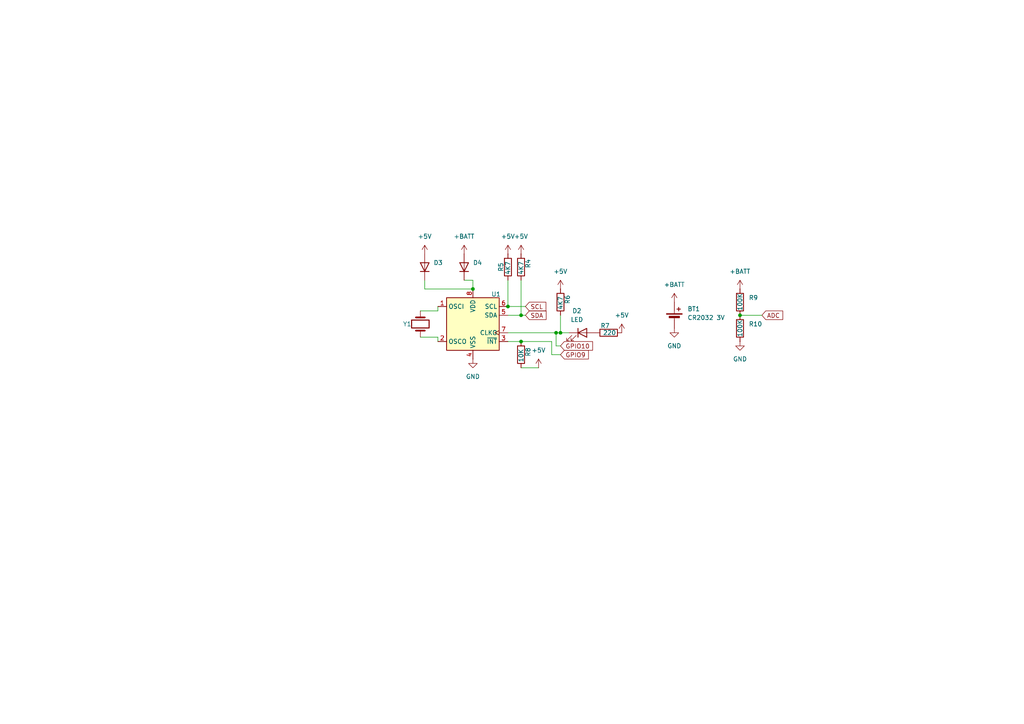
<source format=kicad_sch>
(kicad_sch (version 20250114) (generator "eeschema") (generator_version "9.0")
  (paper "A4")
  (title_block (title "Raspberry Pi Pico Logger - RTC") (date "2025-06-21") (rev "2.0") (company "Creator: Piotr Kłyś"))
  (lib_symbols
    (symbol "Device:Battery_Cell" (pin_numbers (hide yes)) (pin_names (offset 0) (hide yes))
      (property "Reference" "BT" (at 2.54 2.54 0))
      (property "Value" "Battery_Cell" (at 2.54 0 0))
      (symbol "Battery_Cell_0_1"
        (rectangle (start -2.286 1.778) (end 2.286 1.524) (fill (type outline)))
        (rectangle (start -1.524 1.016) (end 1.524 0.508) (fill (type outline)))
        (polyline (pts (xy 0 1.778) (xy 0 2.54)))
        (polyline (pts (xy 0 0.762) (xy 0 0)))
        (polyline (pts (xy 0.762 3.048) (xy 1.778 3.048)) (stroke (width 0.254)))
        (polyline (pts (xy 1.27 3.556) (xy 1.27 2.54)) (stroke (width 0.254)))
      )
      (symbol "Battery_Cell_1_1"
        (pin passive line (at 0 5.08 270) (length 2.54) (name "+") (number "1"))
        (pin passive line (at 0 -2.54 90) (length 2.54) (name "-") (number "2"))
      )
    )
    (symbol "Device:Crystal" (pin_numbers (hide yes)) (pin_names (offset 1.016) (hide yes))
      (property "Reference" "Y" (at 0 3.81 0))
      (property "Value" "Crystal" (at 0 -3.81 0))
      (symbol "Crystal_0_1"
        (polyline (pts (xy -2.54 0) (xy -1.905 0)))
        (polyline (pts (xy -1.905 -1.27) (xy -1.905 1.27)) (stroke (width 0.508)))
        (rectangle (start -1.143 2.54) (end 1.143 -2.54) (stroke (width 0.3048)))
        (polyline (pts (xy 1.905 -1.27) (xy 1.905 1.27)) (stroke (width 0.508)))
        (polyline (pts (xy 2.54 0) (xy 1.905 0)))
      )
      (symbol "Crystal_1_1"
        (pin passive line (at -3.81 0 0) (length 1.27) (name "1") (number "1"))
        (pin passive line (at 3.81 0 180) (length 1.27) (name "2") (number "2"))
      )
    )
    (symbol "Device:LED" (pin_numbers (hide yes)) (pin_names (offset 1.016) (hide yes))
      (property "Reference" "D" (at 0 2.54 0))
      (property "Value" "LED" (at 0 -2.54 0))
      (symbol "LED_0_1"
        (polyline (pts (xy -3.048 -0.762) (xy -4.572 -2.286) (xy -3.81 -2.286) (xy -4.572 -2.286) (xy -4.572 -1.524)))
        (polyline (pts (xy -1.778 -0.762) (xy -3.302 -2.286) (xy -2.54 -2.286) (xy -3.302 -2.286) (xy -3.302 -1.524)))
        (polyline (pts (xy -1.27 0) (xy 1.27 0)))
        (polyline (pts (xy -1.27 -1.27) (xy -1.27 1.27)) (stroke (width 0.254)))
        (polyline (pts (xy 1.27 -1.27) (xy 1.27 1.27) (xy -1.27 0) (xy 1.27 -1.27)) (stroke (width 0.254)))
      )
      (symbol "LED_1_1"
        (pin passive line (at -3.81 0 0) (length 2.54) (name "K") (number "1"))
        (pin passive line (at 3.81 0 180) (length 2.54) (name "A") (number "2"))
      )
    )
    (symbol "Device:R" (pin_numbers (hide yes)) (pin_names (offset 0))
      (property "Reference" "R" (at 2.032 0 90))
      (property "Value" "R" (at 0 0 90))
      (symbol "R_0_1"
        (rectangle (start -1.016 -2.54) (end 1.016 2.54) (stroke (width 0.254)))
      )
      (symbol "R_1_1"
        (pin passive line (at 0 3.81 270) (length 1.27) (name "~") (number "1"))
        (pin passive line (at 0 -3.81 90) (length 1.27) (name "~") (number "2"))
      )
    )
    (symbol "Diode:LL4148" (pin_numbers (hide yes)) (pin_names (hide yes))
      (property "Reference" "D" (at 0 2.54 0))
      (property "Value" "LL4148" (at 0 -2.54 0))
      (symbol "LL4148_0_1"
        (polyline (pts (xy -1.27 1.27) (xy -1.27 -1.27)) (stroke (width 0.254)))
        (polyline (pts (xy 1.27 1.27) (xy 1.27 -1.27) (xy -1.27 0) (xy 1.27 1.27)) (stroke (width 0.254)))
        (polyline (pts (xy 1.27 0) (xy -1.27 0)))
      )
      (symbol "LL4148_1_1"
        (pin passive line (at -3.81 0 0) (length 2.54) (name "K") (number "1"))
        (pin passive line (at 3.81 0 180) (length 2.54) (name "A") (number "2"))
      )
    )
    (symbol "Timer_RTC:PCF8563T"
      (property "Reference" "U" (at -7.62 8.89 0))
      (property "Value" "PCF8563T" (at 2.54 8.89 0))
      (symbol "PCF8563T_0_1"
        (rectangle (start -7.62 7.62) (end 7.62 -7.62) (stroke (width 0.254)) (fill (type background)))
      )
      (symbol "PCF8563T_1_1"
        (pin input line (at -10.16 5.08 0) (length 2.54) (name "OSCI") (number "1"))
        (pin output line (at -10.16 -5.08 0) (length 2.54) (name "OSCO") (number "2"))
        (pin power_in line (at 0 10.16 270) (length 2.54) (name "VDD") (number "8"))
        (pin power_in line (at 0 -10.16 90) (length 2.54) (name "VSS") (number "4"))
        (pin input line (at 10.16 5.08 180) (length 2.54) (name "SCL") (number "6"))
        (pin bidirectional line (at 10.16 2.54 180) (length 2.54) (name "SDA") (number "5"))
        (pin output clock (at 10.16 -2.54 180) (length 2.54) (name "CLKO") (number "7"))
        (pin output line (at 10.16 -5.08 180) (length 2.54) (name "~{INT}") (number "3"))
      )
    )
    (symbol "power:+5V" (power) (pin_numbers (hide yes)) (pin_names (offset 0) (hide yes))
      (property "Value" "+5V" (at 0 3.556 0))
      (symbol "+5V_0_1"
        (polyline (pts (xy -0.762 1.27) (xy 0 2.54)))
        (polyline (pts (xy 0 2.54) (xy 0.762 1.27)))
        (polyline (pts (xy 0 0) (xy 0 2.54)))
      )
      (symbol "+5V_1_1"
        (pin power_in line (at 0 0 90) (length 0) (name "~") (number "1"))
      )
    )
    (symbol "power:+BATT" (power) (pin_numbers (hide yes)) (pin_names (offset 0) (hide yes))
      (property "Value" "+BATT" (at 0 3.556 0))
      (symbol "+BATT_0_1"
        (polyline (pts (xy -0.762 1.27) (xy 0 2.54)))
        (polyline (pts (xy 0 2.54) (xy 0.762 1.27)))
        (polyline (pts (xy 0 0) (xy 0 2.54)))
      )
      (symbol "+BATT_1_1"
        (pin power_in line (at 0 0 90) (length 0) (name "~") (number "1"))
      )
    )
    (symbol "power:GND" (power) (pin_numbers (hide yes)) (pin_names (offset 0) (hide yes))
      (property "Value" "GND" (at 0 -3.81 0))
      (symbol "GND_0_1"
        (polyline (pts (xy 0 0) (xy 0 -1.27) (xy 1.27 -1.27) (xy 0 -2.54) (xy -1.27 -1.27) (xy 0 -1.27)))
      )
      (symbol "GND_1_1"
        (pin power_in line (at 0 0 270) (length 0) (name "~") (number "1"))
      )
    )
  )
  (junction (at 137.16 83.82))
  (junction (at 151.13 91.44))
  (junction (at 161.29 96.52))
  (junction (at 147.32 88.9))
  (junction (at 214.63 91.44))
  (junction (at 151.13 99.06))
  (junction (at 162.56 96.52))
  (wire (pts (xy 151.13 81.28) (xy 151.13 91.44)))
  (wire (pts (xy 160.02 102.87) (xy 160.02 99.06)))
  (wire (pts (xy 162.56 91.44) (xy 162.56 96.52)))
  (wire (pts (xy 147.32 96.52) (xy 161.29 96.52)))
  (wire (pts (xy 160.02 99.06) (xy 151.13 99.06)))
  (wire (pts (xy 123.19 81.28) (xy 123.19 83.82)))
  (wire (pts (xy 151.13 91.44) (xy 152.4 91.44)))
  (wire (pts (xy 147.32 88.9) (xy 152.4 88.9)))
  (wire (pts (xy 151.13 106.68) (xy 156.21 106.68)))
  (wire (pts (xy 162.56 102.87) (xy 160.02 102.87)))
  (wire (pts (xy 121.92 90.17) (xy 127 90.17)))
  (wire (pts (xy 214.63 91.44) (xy 220.98 91.44)))
  (wire (pts (xy 161.29 100.33) (xy 161.29 96.52)))
  (wire (pts (xy 162.56 100.33) (xy 161.29 100.33)))
  (wire (pts (xy 127 90.17) (xy 127 88.9)))
  (wire (pts (xy 134.62 81.28) (xy 137.16 81.28)))
  (wire (pts (xy 147.32 81.28) (xy 147.32 88.9)))
  (wire (pts (xy 137.16 81.28) (xy 137.16 83.82)))
  (wire (pts (xy 162.56 96.52) (xy 165.1 96.52)))
  (wire (pts (xy 121.92 97.79) (xy 127 97.79)))
  (wire (pts (xy 147.32 99.06) (xy 151.13 99.06)))
  (wire (pts (xy 161.29 96.52) (xy 162.56 96.52)))
  (wire (pts (xy 127 97.79) (xy 127 99.06)))
  (wire (pts (xy 123.19 83.82) (xy 137.16 83.82)))
  (wire (pts (xy 147.32 91.44) (xy 151.13 91.44)))
  (global_label "GPIO10" (shape input) (at 162.56 100.33 0) (property "Intersheetrefs" "${INTERSHEET_REFS}" (effects (hide yes))))
  (global_label "ADC" (shape input) (at 220.98 91.44 0) (property "Intersheetrefs" "${INTERSHEET_REFS}" (effects (hide yes))))
  (global_label "SDA" (shape input) (at 152.4 91.44 0) (property "Intersheetrefs" "${INTERSHEET_REFS}" (effects (hide yes))))
  (global_label "SCL" (shape input) (at 152.4 88.9 0) (property "Intersheetrefs" "${INTERSHEET_REFS}" (effects (hide yes))))
  (global_label "GPIO9" (shape input) (at 162.56 102.87 0) (property "Intersheetrefs" "${INTERSHEET_REFS}" (effects (hide yes))))
  (symbol (lib_id "power:+BATT") (at 214.63 83.82 0) (unit 1)
    (property "Reference" "#PWR027" (effects (hide yes)))
    (property "Value" "+BATT" (at 214.63 78.74 0))
    (property "Description" "Power symbol creates a global label with name \"+BATT\"" (effects (hide yes)))
  )
  (symbol (lib_id "Device:R") (at 151.13 102.87 0) (unit 1)
    (property "Reference" "R8" (at 153.162 102.108 90))
    (property "Value" "10K" (at 151.13 103.124 90))
    (property "Footprint" "Resistor_SMD:R_0805_2012Metric" (effects (hide yes)))
    (property "Description" "Resistor" (effects (hide yes)))
  )
  (symbol (lib_id "power:+5V") (at 123.19 73.66 0) (unit 1)
    (property "Reference" "#PWR024" (effects (hide yes)))
    (property "Value" "+5V" (at 123.19 68.58 0))
    (property "Description" "Power symbol creates a global label with name \"+5V\"" (effects (hide yes)))
  )
  (symbol (lib_id "Device:R") (at 162.56 87.63 0) (unit 1)
    (property "Reference" "R6" (at 164.592 86.868 90))
    (property "Value" "4K7" (at 162.56 87.884 90))
    (property "Footprint" "Resistor_SMD:R_0805_2012Metric" (effects (hide yes)))
    (property "Description" "Resistor" (effects (hide yes)))
  )
  (symbol (lib_id "Diode:LL4148") (at 134.62 77.47 90) (unit 1)
    (property "Reference" "D4" (at 137.16 76.1999 90) (effects (justify right)))
    (property "Value" "LL4148-DIO" (effects (hide yes)))
    (property "Footprint" "Diode_SMD:D_MiniMELF" (effects (hide yes)))
    (property "Datasheet" "http://www.vishay.com/docs/85557/ll4148.pdf" (effects (hide yes)))
    (property "Description" "100V 0.15A standard switching diode, MiniMELF" (effects (hide yes)))
    (property "Sim.Device" "D" (effects (hide yes)))
    (property "Sim.Pins" "1=K 2=A" (effects (hide yes)))
  )
  (symbol (lib_id "Device:R") (at 151.13 77.47 0) (unit 1)
    (property "Reference" "R4" (at 153.162 76.454 90))
    (property "Value" "4K7" (at 151.13 77.724 90))
    (property "Footprint" "Resistor_SMD:R_0805_2012Metric" (effects (hide yes)))
    (property "Description" "Resistor" (effects (hide yes)))
  )
  (symbol (lib_id "power:GND") (at 214.63 99.06 0) (unit 1)
    (property "Reference" "#PWR028" (effects (hide yes)))
    (property "Value" "GND" (at 214.63 104.14 0))
    (property "Description" "Power symbol creates a global label with name \"GND\" , ground" (effects (hide yes)))
  )
  (symbol (lib_id "power:+5V") (at 162.56 83.82 0) (unit 1)
    (property "Reference" "#PWR015" (effects (hide yes)))
    (property "Value" "+5V" (at 162.56 78.74 0))
    (property "Description" "Power symbol creates a global label with name \"+5V\"" (effects (hide yes)))
  )
  (symbol (lib_id "Device:R") (at 176.53 96.52 90) (unit 1)
    (property "Reference" "R7" (at 175.514 94.488 90))
    (property "Value" "220" (at 176.784 96.52 90))
    (property "Footprint" "Resistor_SMD:R_0805_2012Metric" (effects (hide yes)))
    (property "Description" "Resistor" (effects (hide yes)))
  )
  (symbol (lib_id "Device:Battery_Cell") (at 195.58 92.71 0) (unit 1)
    (property "Reference" "BT1" (at 199.39 89.5984 0) (effects (justify left)))
    (property "Value" "CR2032 3V" (at 199.39 92.1384 0) (effects (justify left)))
    (property "Footprint" "Battery:BatteryHolder_Keystone_104_1x23mm" (effects (hide yes)))
    (property "Description" "Single-cell battery" (effects (hide yes)))
  )
  (symbol (lib_id "Device:R") (at 214.63 87.63 0) (unit 1)
    (property "Reference" "R9" (at 217.17 86.3599 0) (effects (justify left)))
    (property "Value" "100K" (at 214.63 90.17 90) (effects (justify left)))
    (property "Footprint" "Resistor_SMD:R_0805_2012Metric" (effects (hide yes)))
    (property "Description" "Resistor" (effects (hide yes)))
  )
  (symbol (lib_id "Device:R") (at 214.63 95.25 0) (unit 1)
    (property "Reference" "R10" (at 217.17 93.9799 0) (effects (justify left)))
    (property "Value" "100K" (at 214.63 97.79 90) (effects (justify left)))
    (property "Footprint" "Resistor_SMD:R_0805_2012Metric" (effects (hide yes)))
    (property "Description" "Resistor" (effects (hide yes)))
  )
  (symbol (lib_id "Device:R") (at 147.32 77.47 0) (unit 1)
    (property "Reference" "R5" (at 145.288 77.47 90))
    (property "Value" "4K7" (at 147.32 77.724 90))
    (property "Footprint" "Resistor_SMD:R_0805_2012Metric" (effects (hide yes)))
    (property "Description" "Resistor" (effects (hide yes)))
  )
  (symbol (lib_id "power:+BATT") (at 195.58 87.63 0) (unit 1)
    (property "Reference" "#PWR018" (effects (hide yes)))
    (property "Value" "+BATT" (at 195.58 82.55 0))
    (property "Description" "Power symbol creates a global label with name \"+BATT\"" (effects (hide yes)))
  )
  (symbol (lib_id "Timer_RTC:PCF8563T") (at 137.16 93.98 0) (unit 1)
    (property "Reference" "U1" (at 142.494 85.344 0) (effects (justify left)))
    (property "Value" "PCF8563T" (effects (hide yes)))
    (property "Footprint" "Package_SO:SOIC-8_3.9x4.9mm_P1.27mm" (effects (hide yes)))
    (property "Datasheet" "https://www.nxp.com/docs/en/data-sheet/PCF8563.pdf" (effects (hide yes)))
    (property "Description" "Realtime Clock/Calendar I2C Interface, SOIC-8" (effects (hide yes)))
  )
  (symbol (lib_id "power:+5V") (at 151.13 73.66 0) (unit 1)
    (property "Reference" "#PWR011" (effects (hide yes)))
    (property "Value" "+5V" (at 151.13 68.58 0))
    (property "Description" "Power symbol creates a global label with name \"+5V\"" (effects (hide yes)))
  )
  (symbol (lib_id "Device:LED") (at 168.91 96.52 0) (unit 1)
    (property "Reference" "D2" (at 167.3225 90.17 0))
    (property "Value" "LED" (at 167.3225 92.71 0))
    (property "Footprint" "LED_SMD:LED_0805_2012Metric" (effects (hide yes)))
    (property "Description" "Light emitting diode" (effects (hide yes)))
    (property "Sim.Pins" "1=K 2=A" (effects (hide yes)))
  )
  (symbol (lib_id "power:+5V") (at 156.21 106.68 0) (unit 1)
    (property "Reference" "#PWR029" (effects (hide yes)))
    (property "Value" "+5V" (at 156.21 101.6 0))
    (property "Description" "Power symbol creates a global label with name \"+5V\"" (effects (hide yes)))
  )
  (symbol (lib_id "Diode:LL4148") (at 123.19 77.47 90) (unit 1)
    (property "Reference" "D3" (at 125.73 76.1999 90) (effects (justify right)))
    (property "Value" "LL4148-DIO" (effects (hide yes)))
    (property "Footprint" "Diode_SMD:D_MiniMELF" (effects (hide yes)))
    (property "Datasheet" "http://www.vishay.com/docs/85557/ll4148.pdf" (effects (hide yes)))
    (property "Description" "100V 0.15A standard switching diode, MiniMELF" (effects (hide yes)))
    (property "Sim.Device" "D" (effects (hide yes)))
    (property "Sim.Pins" "1=K 2=A" (effects (hide yes)))
  )
  (symbol (lib_id "power:GND") (at 137.16 104.14 0) (unit 1)
    (property "Reference" "#PWR025" (effects (hide yes)))
    (property "Value" "GND" (at 137.16 109.22 0))
    (property "Description" "Power symbol creates a global label with name \"GND\" , ground" (effects (hide yes)))
  )
  (symbol (lib_id "power:GND") (at 195.58 95.25 0) (unit 1)
    (property "Reference" "#PWR035" (effects (hide yes)))
    (property "Value" "GND" (at 195.58 100.33 0))
    (property "Description" "Power symbol creates a global label with name \"GND\" , ground" (effects (hide yes)))
  )
  (symbol (lib_id "power:+5V") (at 147.32 73.66 0) (unit 1)
    (property "Reference" "#PWR010" (effects (hide yes)))
    (property "Value" "+5V" (at 147.32 68.58 0))
    (property "Description" "Power symbol creates a global label with name \"+5V\"" (effects (hide yes)))
  )
  (symbol (lib_id "power:+5V") (at 180.34 96.52 0) (unit 1)
    (property "Reference" "#PWR017" (effects (hide yes)))
    (property "Value" "+5V" (at 180.34 91.44 0))
    (property "Description" "Power symbol creates a global label with name \"+5V\"" (effects (hide yes)))
  )
  (symbol (lib_id "Device:Crystal") (at 121.92 93.98 90) (unit 1)
    (property "Reference" "Y1" (at 116.84 93.98 90) (effects (justify right)))
    (property "Value" "32.768K-CFPX217" (effects (hide yes)))
    (property "Footprint" "Crystal:Crystal_SMD_3215-2Pin_3.2x1.5mm" (effects (hide yes)))
    (property "Description" "Two pin crystal" (effects (hide yes)))
  )
  (symbol (lib_id "power:+BATT") (at 134.62 73.66 0) (unit 1)
    (property "Reference" "#PWR026" (effects (hide yes)))
    (property "Value" "+BATT" (at 134.62 68.58 0))
    (property "Description" "Power symbol creates a global label with name \"+BATT\"" (effects (hide yes)))
  )
)
</source>
